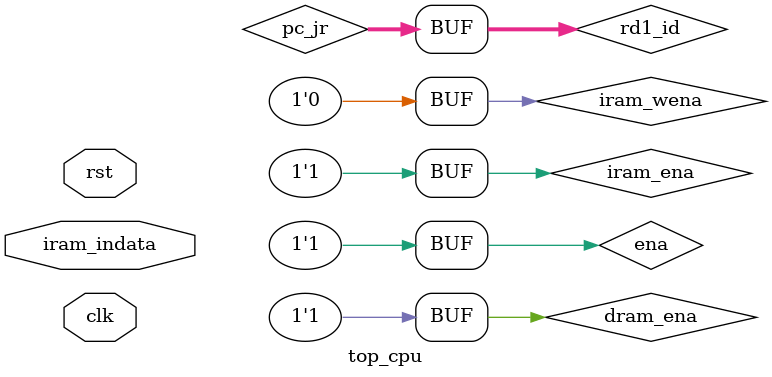
<source format=v>
`timescale 1ns / 1ps
module top_cpu(
		input clk,
		input rst,
		//ÐÞ¸ÄimemÊ±µÄÊý¾Ý
		input [31:0] iram_indata
    );

//---------------------¿ØÖÆÐÅºÅ---------------------
////ena£ºpc¼Ä´æÆ÷ºÍifid¼Ä´æÆ÷Ê¹ÄÜÐÅºÅ£¬¸ßµçÆ½ÓÐÐ§£¬ÔÚÁ÷Ë®ÏßstallÊ±£¬Ê¹ÆäµÍµçÆ½ÎÞÐ§
////iram_ena: Ö¸Áî´æ´¢Æ÷Æ¬Ñ¡ÐÅºÅ
////iram_wena: Ö¸Áî´æ´¢Æ÷Ð´ÐÅºÅ£¬ÓÃÓÚdebugÊ±ÐÞ¸ÄÖ¸Áî¼Ä´æÆ÷ÄÚ²¿µÄÖµ
//pcsource: ÏÂÒ»¸öpcÑ¡ÔñÐÅºÅ£º00£ºpc+4, 01£ºpc_jr, 10: pc_beqbne, 11: pc_jjal
//zero: ÒëÂë½×¶Î£¬µÃµ½µÄÀ´×ÔÖ´ÐÐ½×¶ÎµÄÔËËãÁã±êÖ¾Î»
////wrf_id: ÒëÂë½×¶Î£¬µÃµ½µÄÀ´×ÔÖ´ÐÐ½×¶ÎµÄÐ´¼Ä´æÆ÷×éÐÅºÅ
////shift_id£ºÒëÂë½×¶Î£¬µÃµ½µÄ×îÖÕÐ´Èëalua¶ËµÄÑ¡ÔñÐÅºÅ£¬µÍµçÆ½£ºÑ¡Ôñ¼Ä´æÆ÷¶Á³öµÄrd1£¬¸ßµçÆ½£ºÑ¡Ôñshamt32À©Õ¹ºóµÄÖµ
////immc_id: ÒëÂë½×¶Î£¬µÃµ½µÄ×îÖÕÎüÈëalub¶ËµÄÑ¡ÔñÐÅºÅ£¬µÍµçÆ½£ºÑ¡Ôñ¼Ä´æÆ÷¶Á³öµÄrd2£¬¸ßµçÆ½£ºÑ¡Ôñimm32Öµ
////wdmem_id: ÒëÂë½×¶Î£¬Ð´Êý¾Ý¼Ä´æÆ÷Ð´ÐÅºÅ
////wdc_id: ÒëÂë½×¶Î£¬µÃµ½µÄ×îÖÕ»ØÐ´µ½¼Ä´æÆ÷×éÊý¾ÝµÄÑ¡ÔñÐÅºÅ£¬¸ßµçÆ½£ºÊý¾Ý´æ´¢Æ÷Êä³ö£¬µÍµçÆ½£ºalu¶Ë½á¹û
//aludc_id: ÒëÂë½×¶Î£¬µÃµ½µÄaluÊä³ö¶ËµÄÑ¡Ôñ¿ØÖÆÐÅºÅ£¬ ¸ßµçÆ½£ºpc8£¬ µÍµçÆ½£ºaluµÄÊä³ö
////aluc_id£º ÒëÂë½×¶Î£¬µÃµ½µÄÖ´ÐÐ½×¶ÎaluÐèÒªµÄ¿ØÖÆÐÅºÅ
//wrf_exe: Ö´ÐÐ½×¶Î£¬Ð´¼Ä´æÆ÷×éµÄÐ´ÐÅºÅ
//aludc_exe: Ö´ÐÐ½×¶Î£¬µÃµ½µÄaluÊä³ö¶ËµÄÑ¡Ôñ¿ØÖÆÐÅºÅ£¬ ¸ßµçÆ½£ºpc8£¬ µÍµçÆ½£ºaluµÄÊä³ö
////wdc_exe: Ö´ÐÐ½×¶Î£¬µÃµ½µÄ×îÖÕ»ØÐ´µ½¼Ä´æÆ÷×éÊý¾ÝµÄÑ¡ÔñÐÅºÅ£¬¸ßµçÆ½£ºÊý¾Ý´æ´¢Æ÷Êä³ö£¬µÍµçÆ½£ºalu¶Ë½á¹û
////wdmem_exe: Ö´ÐÐ½×¶Î£¬Ð´Êý¾Ý¼Ä´æÆ÷Ð´ÐÅºÅ
////immc_exe: Ö´ÐÐ½×¶Î£¬µÃµ½µÄ×îÖÕÎüÈëalub¶ËµÄÑ¡ÔñÐÅºÅ£¬µÍµçÆ½£ºÑ¡Ôñ¼Ä´æÆ÷¶Á³öµÄrd2£¬¸ßµçÆ½£ºÑ¡Ôñimm32Öµ
////shift_exe£ºÖ´ÐÐ½×¶Î£¬µÃµ½µÄ×îÖÕÐ´Èëalua¶ËµÄÑ¡ÔñÐÅºÅ£¬µÍµçÆ½£ºÑ¡Ôñ¼Ä´æÆ÷¶Á³öµÄrd1£¬¸ßµçÆ½£ºÑ¡Ôñshamt32À©Õ¹ºóµÄÖµ
////aluc_exe£º Ö´ÐÐ½×¶Î£¬µÃµ½µÄÖ´ÐÐ½×¶ÎaluÐèÒªµÄ¿ØÖÆÐÅºÅ
//carry, negative, overflow: Ö´ÐÐ½×¶ÎµÃµ½µÄ½øÎ»±êÖ¾Î»£¬¸ºÊý±êÖ¾Î»£¬Òç³ö±êÖ¾Î»
//wrf_mem: ´æ´¢½×¶Î£¬Ð´¼Ä´æÆ÷×éµÄÐ´ÐÅºÅ
////wdc_mem: ´æ´¢½×¶Î£¬µÃµ½µÄ×îÖÕ»ØÐ´µ½¼Ä´æÆ÷×éÊý¾ÝµÄÑ¡ÔñÐÅºÅ£¬¸ßµçÆ½£ºÊý¾Ý´æ´¢Æ÷Êä³ö£¬µÍµçÆ½£ºalu¶Ë½á¹û
////wdmem_mem: ´æ´¢½×¶Î£¬Ð´Êý¾Ý¼Ä´æÆ÷Ð´ÐÅºÅ
//dram_ena: Êý¾Ý´æ´¢Æ÷Æ¬Ñ¡ÐÅºÅ
//wrf_wb: »ØÐ´½×¶Î£¬Ð´¼Ä´æÆ÷×éµÄÐ´ÐÅºÅ
////wdc_wb: »ØÐ´½×¶Î£¬µÃµ½µÄ×îÖÕ»ØÐ´µ½¼Ä´æÆ÷×éÊý¾ÝµÄÑ¡ÔñÐÅºÅ£¬¸ßµçÆ½£ºÊý¾Ý´æ´¢Æ÷Êä³ö£¬µÍµçÆ½£ºalu¶Ë½á¹û
wire ena;
wire iram_ena, iram_wena;
wire [1:0] pcsource;
wire zero, wrf_id, shift_id, immc_id, wdmem_id, wdc_id, aludc_id;
wire [3:0] aluc_id;
wire wrf_exe, aludc_exe, wdc_exe, wdmem_exe, immc_exe, shift_exe;
wire [3:0] aluc_exe;
wire carry, negative, overflow;
wire wrf_mem, wdc_mem, wdmem_mem;
wire dram_ena;
wire wrf_wb, wdc_wb;


//-----------------------Êý¾Ý----------------------
////pc: µ±Ç°pcÖµ
////npc£ºÏÂÒ»¸öpcÖµ
////pc_jr: È¡Öµ½×¶Î£¬ÔÚÒëÂë½×¶ÎµÃµ½µÄ´Ó¼Ä´æÆ÷×éµÃµ½µÄjrµÄÌø×ªµÄµØÖ·£¬ÆäÖÐÒ»¸önpcµÄÖµ
//imm18: ÒëÂë½×¶Î£¬imm(instr[15:0])×óÒÆÁ½Î»ºóµÄ½á¹û
////index28: ÒëÂë½×¶Î£¬µÃµ½×óÒÆÁ½Î»µÄindexÖµ
//instr_if£ºÈ¡Ö¸½×¶Î£¬µÃµ½µÄÖ¸Áî
//pc8_if£ºÈ¡Ö¸½×¶Î£¬µÃµ½pc+8µÄÖµ
//instr_id: ÒëÂë½×¶Î£¬µÃµ½µÄÖ¸Áî
//pc8_id: ÒëÂë½×¶Î£¬µÃµ½µÄpc+8Öµ
//wbd_wb: »ØÐ´½×¶Î£¬×îÖÕÐ´Èë¼Ä´æÆ÷×éµÄÖµ
////rd1_id, rd2_id: ÒëÂë½×¶Î, È¡³öµÄÔ´²Ù×÷ÊýaºÍb
////shamt32: ÒëÂë½×¶Î, instr[10:6]Á¢¼´ÊýµÄÀ©Õ¹Öµ
////imm32£ºÒëÂë½×¶Î, instr[15:0]Á¢¼´ÊýÀ©Õ¹Öµ
//wa_wb: »ØÐ´½×¶Î£¬µÃµ½µÄ»ØÐ´¼Ä´æÆ÷×éµÄµØÖ·
//wa_id: ÒëÂë½×¶Î£¬µÃµ½µÄ»ØÐ´¼Ä´æÆ÷×éµÄµØÖ·
//pc8_exe: Ö´ÐÐ½×¶Î£¬µÃµ½µÄpc+8Öµ
//rd1_exe, rd2_exe: Ö´ÐÐ½×¶Î£¬µÃµ½µÄÔ¶²Ù×÷ÊýaºÍb
//shamt32_exe: Ö´ÐÐ½×¶Î£¬µÃµ½µÄshamtÀ©Õ¹32Î»ºóµÄÖµ
//imm32_exe: Ö´ÐÐ½×¶Î£¬µÃµ½µÄimmÀ©Õ¹32Î»ºóµÄÖµ
//alud_exe: Ö´ÐÐ½×¶Î£¬´ÓaluÊä³ö¶ËµÃµ½µÄÖµ
//wa_exe1: Ö´ÐÐ½×¶Î£¬ÊäÈëµ½Ö´ÐÐ½×¶ÎµÄ»ØÐ´¼Ä´æÆ÷×éµÄµØÖ·
//wa_exe0: Ö´ÐÐ½×¶Î£¬´ÓÖ´ÐÐ½×¶ÎÊä³öµÄ»ØÐ´¼Ä´æÆ÷×éµÄµØÖ·
//alud_mem: ´æ´¢½×¶Î£¬´ÓaluÊä³ö¶ËµÃµ½µÄÖµ
//rd2_mem: ´æ´¢½×¶Î£¬ÒëÂë½×¶ÎµÃµ½Ô´²Ù×÷Êýb
//wa_mem: ´æ´¢½×¶Î£¬µÃµ½µÄ»ØÐ´¼Ä´æÆ÷×éµÄµØÖ·
//dmemd_mem: ´æ´¢½×¶Î£¬µÃµ½µÄ´ÓÊý¾Ý´æ´¢Æ÷È¡³öµÄÖµ
//dmemd_wb: »ØÐ´½×¶Î£¬µÃµ½µÄ´ÓÊý¾Ý´æ´¢Æ÷È¡³öµÄÖµ
//alud_wb: »ØÐ´½×¶Î£¬´ÓaluÊä³ö¶ËµÃµ½µÄÖµ

wire [31:0] npc, pc; 
wire [31:0] pc_jr, pasource, instr_if, pc8_if;
wire [17:0] imm18;
wire [27:0] index28;
wire [31:0] pc8_id, instr_id;
wire [31:0] wbd_wb, rd1_id, rd2_id, shamt32_id, imm32_id;
wire [4:0] wa_wb, wa_id;
wire [31:0] pc8_exe, rd1_exe, shamt32_exe, rd2_exe, imm32_exe, alud_exe;
wire [4:0] wa_exe1, wa_exe0;
wire [31:0] alud_mem, rd2_mem;
wire [4:0] wa_mem;
wire [31:0] dmemd_mem;
wire [31:0] dmemd_wb, alud_wb;


dffe #(32) pcreg(clk, rst, ena, npc, pc);
pipe_if pipeif(clk, pc, iram_ena, iram_wena, iram_indata, pc_jr, pcsource, imm18, index28, 
					instr_if, npc, pc8_if);
reg_if_id regifid(clk, rst, ena, pc8_if, instr_if, pc8_id, instr_id);
pipe_id pipeid(clk, rst, instr_id, wbd_wb, wrf_wb, wa_wb, zero, rd1_id, rd2_id, 
					shamt32_id, imm32_id, wa_id, imm18, index28, aluc_id, wrf_id, shift_id, 
					immc_id, pcsource, wdmem_id, wdc_id, aludc_id);
reg_id_exe regidexe(clk, rst, wrf_id, aludc_id, wdc_id, wdmem_id, aluc_id, immc_id, shift_id,
						  pc8_id, rd1_id, shamt32_id, rd2_id, imm32_id, wa_id, wrf_exe, aludc_exe,
						  wdc_exe, wdmem_exe, aluc_exe, immc_exe, shift_exe, pc8_exe, rd1_exe, 
						  shamt32_exe, rd2_exe, imm32_exe, wa_exe1);
pipe_exe pipeexe(rd1_exe, rd2_exe, shamt32_exe, imm32_exe, pc8_exe, immc_exe, shift_exe, 
					  aludc_exe, aluc_exe, wa_exe1, wa_exe0, alud_exe, zero, carry, negative, 
					  overflow);
reg_exe_mem regexemem(clk, rst, wrf_exe, wdc_exe, wdmem_exe, alud_exe, rd2_exe, wa_exe0, wrf_mem,
							 wdc_mem, wdmem_mem, alud_mem, rd2_mem, wa_mem);
pipe_mem pipemem(clk, dram_ena, wdmem_mem, alud_mem, rd2_mem, dmemd_mem);
reg_mem_wb regmemwb(clk, rst, wrf_mem, wdc_mem, dmemd_mem, alud_mem, wa_mem, wrf_wb, wdc_wb, 
						  dmemd_wb, alud_wb, wa_wb);
pipe_wb pipewb(dmemd_wb, alud_wb, wdc_wb, wbd_wb);

assign iram_ena = 1'b1;
assign iram_wena = 1'b0;
assign ena = 1'b1;
assign pc_jr = rd1_id;
assign dram_ena = 1'b1;

endmodule

</source>
